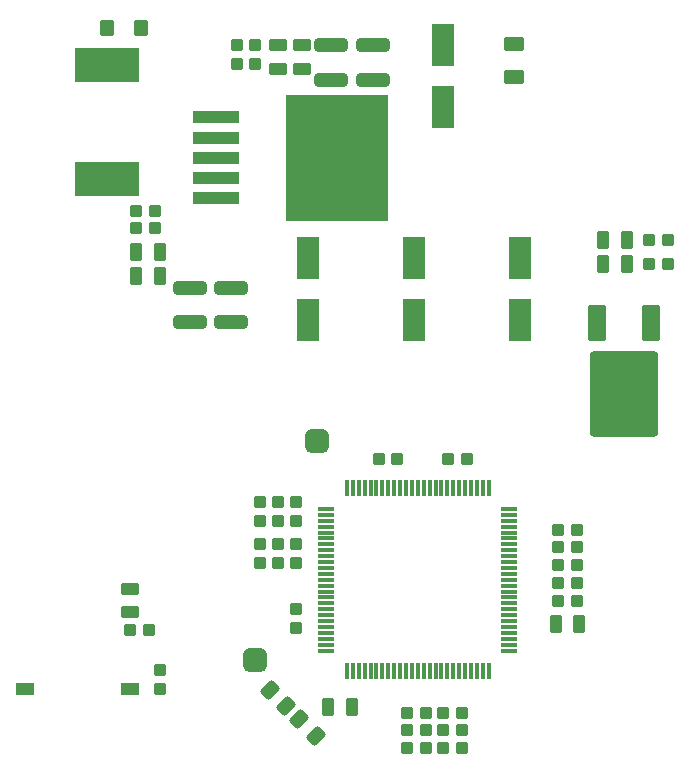
<source format=gtp>
G04*
G04 #@! TF.GenerationSoftware,Altium Limited,Altium Designer,24.4.1 (13)*
G04*
G04 Layer_Color=8421504*
%FSLAX25Y25*%
%MOIN*%
G70*
G04*
G04 #@! TF.SameCoordinates,15B434A4-4527-47F9-A3CB-D7505B607EAD*
G04*
G04*
G04 #@! TF.FilePolarity,Positive*
G04*
G01*
G75*
G04:AMPARAMS|DCode=15|XSize=57.09mil|YSize=43.31mil|CornerRadius=5.41mil|HoleSize=0mil|Usage=FLASHONLY|Rotation=270.000|XOffset=0mil|YOffset=0mil|HoleType=Round|Shape=RoundedRectangle|*
%AMROUNDEDRECTD15*
21,1,0.05709,0.03248,0,0,270.0*
21,1,0.04626,0.04331,0,0,270.0*
1,1,0.01083,-0.01624,-0.02313*
1,1,0.01083,-0.01624,0.02313*
1,1,0.01083,0.01624,0.02313*
1,1,0.01083,0.01624,-0.02313*
%
%ADD15ROUNDEDRECTD15*%
G04:AMPARAMS|DCode=16|XSize=78.74mil|YSize=78.74mil|CornerRadius=19.68mil|HoleSize=0mil|Usage=FLASHONLY|Rotation=90.000|XOffset=0mil|YOffset=0mil|HoleType=Round|Shape=RoundedRectangle|*
%AMROUNDEDRECTD16*
21,1,0.07874,0.03937,0,0,90.0*
21,1,0.03937,0.07874,0,0,90.0*
1,1,0.03937,0.01968,0.01968*
1,1,0.03937,0.01968,-0.01968*
1,1,0.03937,-0.01968,-0.01968*
1,1,0.03937,-0.01968,0.01968*
%
%ADD16ROUNDEDRECTD16*%
%ADD17R,0.15551X0.03937*%
%ADD18R,0.34449X0.42323*%
G04:AMPARAMS|DCode=19|XSize=62.99mil|YSize=118.11mil|CornerRadius=7.87mil|HoleSize=0mil|Usage=FLASHONLY|Rotation=0.000|XOffset=0mil|YOffset=0mil|HoleType=Round|Shape=RoundedRectangle|*
%AMROUNDEDRECTD19*
21,1,0.06299,0.10236,0,0,0.0*
21,1,0.04724,0.11811,0,0,0.0*
1,1,0.01575,0.02362,-0.05118*
1,1,0.01575,-0.02362,-0.05118*
1,1,0.01575,-0.02362,0.05118*
1,1,0.01575,0.02362,0.05118*
%
%ADD19ROUNDEDRECTD19*%
G04:AMPARAMS|DCode=20|XSize=228.35mil|YSize=283.47mil|CornerRadius=11.42mil|HoleSize=0mil|Usage=FLASHONLY|Rotation=0.000|XOffset=0mil|YOffset=0mil|HoleType=Round|Shape=RoundedRectangle|*
%AMROUNDEDRECTD20*
21,1,0.22835,0.26063,0,0,0.0*
21,1,0.20551,0.28347,0,0,0.0*
1,1,0.02284,0.10276,-0.13031*
1,1,0.02284,-0.10276,-0.13031*
1,1,0.02284,-0.10276,0.13031*
1,1,0.02284,0.10276,0.13031*
%
%ADD20ROUNDEDRECTD20*%
%ADD21R,0.05906X0.04331*%
G04:AMPARAMS|DCode=22|XSize=39.37mil|YSize=37.4mil|CornerRadius=4.68mil|HoleSize=0mil|Usage=FLASHONLY|Rotation=0.000|XOffset=0mil|YOffset=0mil|HoleType=Round|Shape=RoundedRectangle|*
%AMROUNDEDRECTD22*
21,1,0.03937,0.02805,0,0,0.0*
21,1,0.03002,0.03740,0,0,0.0*
1,1,0.00935,0.01501,-0.01403*
1,1,0.00935,-0.01501,-0.01403*
1,1,0.00935,-0.01501,0.01403*
1,1,0.00935,0.01501,0.01403*
%
%ADD22ROUNDEDRECTD22*%
G04:AMPARAMS|DCode=23|XSize=39.37mil|YSize=37.4mil|CornerRadius=4.68mil|HoleSize=0mil|Usage=FLASHONLY|Rotation=90.000|XOffset=0mil|YOffset=0mil|HoleType=Round|Shape=RoundedRectangle|*
%AMROUNDEDRECTD23*
21,1,0.03937,0.02805,0,0,90.0*
21,1,0.03002,0.03740,0,0,90.0*
1,1,0.00935,0.01403,0.01501*
1,1,0.00935,0.01403,-0.01501*
1,1,0.00935,-0.01403,-0.01501*
1,1,0.00935,-0.01403,0.01501*
%
%ADD23ROUNDEDRECTD23*%
%ADD24R,0.21260X0.11417*%
%ADD25R,0.01181X0.05807*%
%ADD26R,0.05807X0.01181*%
G04:AMPARAMS|DCode=27|XSize=68.9mil|YSize=49.21mil|CornerRadius=6.15mil|HoleSize=0mil|Usage=FLASHONLY|Rotation=180.000|XOffset=0mil|YOffset=0mil|HoleType=Round|Shape=RoundedRectangle|*
%AMROUNDEDRECTD27*
21,1,0.06890,0.03691,0,0,180.0*
21,1,0.05659,0.04921,0,0,180.0*
1,1,0.01230,-0.02830,0.01846*
1,1,0.01230,0.02830,0.01846*
1,1,0.01230,0.02830,-0.01846*
1,1,0.01230,-0.02830,-0.01846*
%
%ADD27ROUNDEDRECTD27*%
G04:AMPARAMS|DCode=28|XSize=53.15mil|YSize=49.21mil|CornerRadius=4.92mil|HoleSize=0mil|Usage=FLASHONLY|Rotation=90.000|XOffset=0mil|YOffset=0mil|HoleType=Round|Shape=RoundedRectangle|*
%AMROUNDEDRECTD28*
21,1,0.05315,0.03937,0,0,90.0*
21,1,0.04331,0.04921,0,0,90.0*
1,1,0.00984,0.01968,0.02165*
1,1,0.00984,0.01968,-0.02165*
1,1,0.00984,-0.01968,-0.02165*
1,1,0.00984,-0.01968,0.02165*
%
%ADD28ROUNDEDRECTD28*%
%ADD29R,0.07284X0.13976*%
G04:AMPARAMS|DCode=30|XSize=111.02mil|YSize=46.46mil|CornerRadius=11.61mil|HoleSize=0mil|Usage=FLASHONLY|Rotation=180.000|XOffset=0mil|YOffset=0mil|HoleType=Round|Shape=RoundedRectangle|*
%AMROUNDEDRECTD30*
21,1,0.11102,0.02323,0,0,180.0*
21,1,0.08780,0.04646,0,0,180.0*
1,1,0.02323,-0.04390,0.01161*
1,1,0.02323,0.04390,0.01161*
1,1,0.02323,0.04390,-0.01161*
1,1,0.02323,-0.04390,-0.01161*
%
%ADD30ROUNDEDRECTD30*%
G04:AMPARAMS|DCode=31|XSize=39.37mil|YSize=39.37mil|CornerRadius=4.92mil|HoleSize=0mil|Usage=FLASHONLY|Rotation=90.000|XOffset=0mil|YOffset=0mil|HoleType=Round|Shape=RoundedRectangle|*
%AMROUNDEDRECTD31*
21,1,0.03937,0.02953,0,0,90.0*
21,1,0.02953,0.03937,0,0,90.0*
1,1,0.00984,0.01476,0.01476*
1,1,0.00984,0.01476,-0.01476*
1,1,0.00984,-0.01476,-0.01476*
1,1,0.00984,-0.01476,0.01476*
%
%ADD31ROUNDEDRECTD31*%
G04:AMPARAMS|DCode=32|XSize=57.09mil|YSize=43.31mil|CornerRadius=5.41mil|HoleSize=0mil|Usage=FLASHONLY|Rotation=0.000|XOffset=0mil|YOffset=0mil|HoleType=Round|Shape=RoundedRectangle|*
%AMROUNDEDRECTD32*
21,1,0.05709,0.03248,0,0,0.0*
21,1,0.04626,0.04331,0,0,0.0*
1,1,0.01083,0.02313,-0.01624*
1,1,0.01083,-0.02313,-0.01624*
1,1,0.01083,-0.02313,0.01624*
1,1,0.01083,0.02313,0.01624*
%
%ADD32ROUNDEDRECTD32*%
G04:AMPARAMS|DCode=33|XSize=39.37mil|YSize=39.37mil|CornerRadius=4.92mil|HoleSize=0mil|Usage=FLASHONLY|Rotation=180.000|XOffset=0mil|YOffset=0mil|HoleType=Round|Shape=RoundedRectangle|*
%AMROUNDEDRECTD33*
21,1,0.03937,0.02953,0,0,180.0*
21,1,0.02953,0.03937,0,0,180.0*
1,1,0.00984,-0.01476,0.01476*
1,1,0.00984,0.01476,0.01476*
1,1,0.00984,0.01476,-0.01476*
1,1,0.00984,-0.01476,-0.01476*
%
%ADD33ROUNDEDRECTD33*%
G04:AMPARAMS|DCode=34|XSize=57.09mil|YSize=43.31mil|CornerRadius=5.41mil|HoleSize=0mil|Usage=FLASHONLY|Rotation=45.000|XOffset=0mil|YOffset=0mil|HoleType=Round|Shape=RoundedRectangle|*
%AMROUNDEDRECTD34*
21,1,0.05709,0.03248,0,0,45.0*
21,1,0.04626,0.04331,0,0,45.0*
1,1,0.01083,0.02784,0.00487*
1,1,0.01083,-0.00487,-0.02784*
1,1,0.01083,-0.02784,-0.00487*
1,1,0.01083,0.00487,0.02784*
%
%ADD34ROUNDEDRECTD34*%
D15*
X303150Y405512D02*
D03*
X311024D02*
D03*
X211614Y257874D02*
D03*
X219488D02*
D03*
X295276Y285433D02*
D03*
X287402D02*
D03*
X311024Y413386D02*
D03*
X303150D02*
D03*
X155512Y401575D02*
D03*
X147638D02*
D03*
X155512Y409449D02*
D03*
X147638D02*
D03*
D16*
X207677Y346457D02*
D03*
X187008Y273622D02*
D03*
D17*
X174213Y454347D02*
D03*
Y447646D02*
D03*
Y440945D02*
D03*
Y434244D02*
D03*
Y427543D02*
D03*
D18*
X214567Y440945D02*
D03*
D19*
X319213Y385827D02*
D03*
X301181D02*
D03*
D20*
X310197Y362008D02*
D03*
D21*
X110630Y263779D02*
D03*
X145669D02*
D03*
D22*
X155512Y270079D02*
D03*
Y263779D02*
D03*
D23*
X318504Y413386D02*
D03*
X324803D02*
D03*
X318504Y405512D02*
D03*
X324803D02*
D03*
X145669Y283465D02*
D03*
X151969D02*
D03*
D24*
X137795Y433661D02*
D03*
Y471850D02*
D03*
D25*
X217819Y269764D02*
D03*
X219787D02*
D03*
X221756D02*
D03*
X223724D02*
D03*
X225693D02*
D03*
X227661D02*
D03*
X229630D02*
D03*
X231598D02*
D03*
X233567D02*
D03*
X235535D02*
D03*
X237504D02*
D03*
X239472D02*
D03*
X241441D02*
D03*
X243409D02*
D03*
X245378D02*
D03*
X247346D02*
D03*
X249315D02*
D03*
X251284D02*
D03*
X253252D02*
D03*
X255221D02*
D03*
X257189D02*
D03*
X259157D02*
D03*
X261126D02*
D03*
X263094D02*
D03*
X265063D02*
D03*
Y330693D02*
D03*
X263094D02*
D03*
X261126D02*
D03*
X259157D02*
D03*
X257189D02*
D03*
X255221D02*
D03*
X253252D02*
D03*
X251284D02*
D03*
X249315D02*
D03*
X247346D02*
D03*
X245378D02*
D03*
X243409D02*
D03*
X241441D02*
D03*
X239472D02*
D03*
X237504D02*
D03*
X235535D02*
D03*
X233567D02*
D03*
X231598D02*
D03*
X229630D02*
D03*
X227661D02*
D03*
X225693D02*
D03*
X223724D02*
D03*
X221756D02*
D03*
X219787D02*
D03*
X217819D02*
D03*
D26*
X271905Y276606D02*
D03*
Y278575D02*
D03*
Y280543D02*
D03*
Y282512D02*
D03*
Y284480D02*
D03*
Y286449D02*
D03*
Y288417D02*
D03*
Y290386D02*
D03*
Y292354D02*
D03*
Y294323D02*
D03*
Y296291D02*
D03*
Y298260D02*
D03*
Y300228D02*
D03*
Y302197D02*
D03*
Y304165D02*
D03*
Y306134D02*
D03*
Y308102D02*
D03*
Y310071D02*
D03*
Y312039D02*
D03*
Y314008D02*
D03*
Y315976D02*
D03*
Y317945D02*
D03*
Y319913D02*
D03*
Y321882D02*
D03*
Y323850D02*
D03*
X210976D02*
D03*
Y321882D02*
D03*
Y319913D02*
D03*
Y317945D02*
D03*
Y315976D02*
D03*
Y314008D02*
D03*
Y312039D02*
D03*
Y310071D02*
D03*
Y308102D02*
D03*
Y306134D02*
D03*
Y304165D02*
D03*
Y302197D02*
D03*
Y300228D02*
D03*
Y298260D02*
D03*
Y296291D02*
D03*
Y294323D02*
D03*
Y292354D02*
D03*
Y290386D02*
D03*
Y288417D02*
D03*
Y286449D02*
D03*
Y284480D02*
D03*
Y282512D02*
D03*
Y280543D02*
D03*
Y278575D02*
D03*
Y276606D02*
D03*
D27*
X273622Y467717D02*
D03*
Y478740D02*
D03*
D28*
X149016Y484252D02*
D03*
X137795D02*
D03*
D29*
X275590Y386811D02*
D03*
Y407480D02*
D03*
X240158Y386811D02*
D03*
Y407480D02*
D03*
X204724Y386811D02*
D03*
Y407480D02*
D03*
X250000Y478346D02*
D03*
Y457677D02*
D03*
D30*
X179134Y397638D02*
D03*
Y386063D02*
D03*
X165354Y397638D02*
D03*
Y386063D02*
D03*
X226378Y466772D02*
D03*
Y478346D02*
D03*
X212598Y466772D02*
D03*
Y478346D02*
D03*
D31*
X147638Y417323D02*
D03*
X153937D02*
D03*
X147638Y423228D02*
D03*
X153937D02*
D03*
X228346Y340551D02*
D03*
X234646D02*
D03*
X251575D02*
D03*
X257874D02*
D03*
X294488Y316929D02*
D03*
X288189D02*
D03*
X294488Y311024D02*
D03*
X288189D02*
D03*
X294488Y305118D02*
D03*
X288189D02*
D03*
X294488Y293307D02*
D03*
X288189D02*
D03*
X294488Y299213D02*
D03*
X288189D02*
D03*
X256299Y255906D02*
D03*
X250000D02*
D03*
X256299Y244094D02*
D03*
X250000D02*
D03*
X256299Y250000D02*
D03*
X250000D02*
D03*
X237795Y244094D02*
D03*
X244094D02*
D03*
X237795Y250000D02*
D03*
X244094D02*
D03*
X237795Y255906D02*
D03*
X244094D02*
D03*
D32*
X202756Y470472D02*
D03*
Y478346D02*
D03*
X194882Y470472D02*
D03*
Y478346D02*
D03*
X145669Y289370D02*
D03*
Y297244D02*
D03*
D33*
X200787Y284252D02*
D03*
Y290551D02*
D03*
X188976Y325984D02*
D03*
Y319685D02*
D03*
X200787Y325984D02*
D03*
Y319685D02*
D03*
X194882Y325984D02*
D03*
Y319685D02*
D03*
X200787Y305906D02*
D03*
Y312205D02*
D03*
X194882Y305906D02*
D03*
Y312205D02*
D03*
X188976Y305906D02*
D03*
Y312205D02*
D03*
X181102Y478346D02*
D03*
Y472047D02*
D03*
X187008Y478346D02*
D03*
Y472047D02*
D03*
D34*
X197666Y258043D02*
D03*
X192098Y263611D02*
D03*
X201940Y253768D02*
D03*
X207508Y248200D02*
D03*
M02*

</source>
